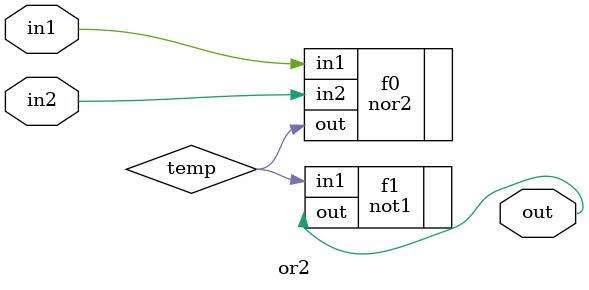
<source format=v>
module or2(out, in1, in2);

	input in1, in2;
	output out;

	wire temp;

	nor2 f0(.out(temp), .in1(in1), .in2(in2));
	not1 f1(.out(out), .in1(temp));

endmodule
</source>
